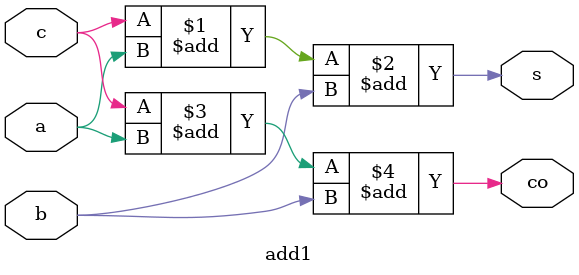
<source format=v>
module add1(
	input a,b,c,
	output s,co
);
assign s=(c+a+b);
assign co=(c+a+b);

endmodule
</source>
